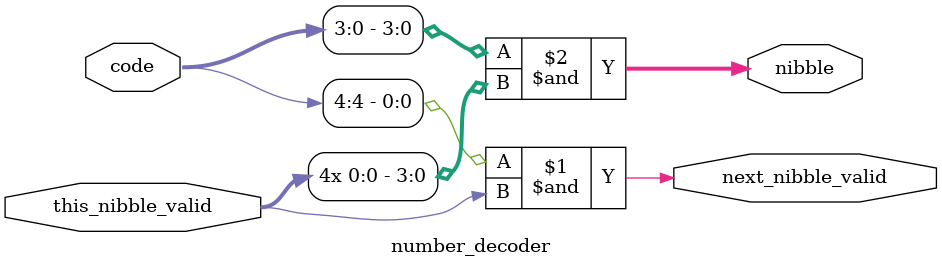
<source format=v>
module number_decoder(
   //output
   next_nibble_valid,
   nibble,

   //input
   code,
   this_nibble_valid
);

output next_nibble_valid;
output[3:0] nibble;

input[4:0] code;
input this_nibble_valid;

assign next_nibble_valid = code[4] & this_nibble_valid;
assign nibble = code[3:0] & {4{this_nibble_valid}};


endmodule

</source>
